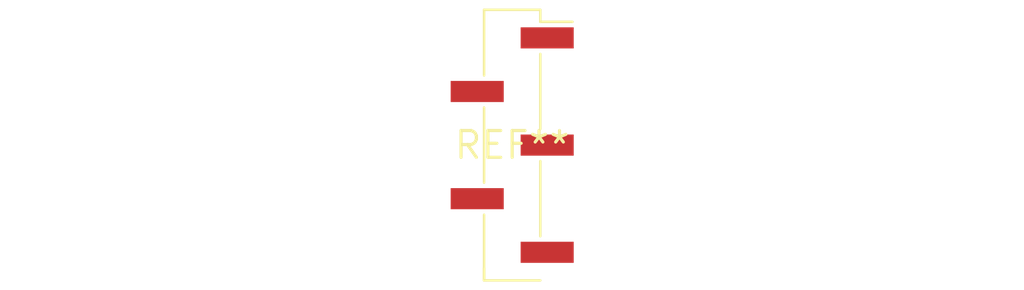
<source format=kicad_pcb>
(kicad_pcb (version 20240108) (generator pcbnew)
  (layers (0 "F.Cu" signal) (31 "B.Cu" signal) (34 "B.Paste" user) (35 "F.Paste" user) (36 "B.SilkS" user "B.Silkscreen") (37 "F.SilkS" user "F.Silkscreen") (38 "B.Mask" user) (39 "F.Mask" user) (44 "Edge.Cuts" user))
  (net 0 "")
  (footprint "PinHeader_1x05_P2.54mm_Vertical_SMD_Pin1Right" (layer "F.Cu") (at 0 0)
    (property "Reference" "REF**")
    (property "Value" "PinHeader_1x05_P2.54mm_Vertical_SMD_Pin1Right")
    (fp_line (start -1.33 -6.41) (end -1.33 -3.3) (layer "F.SilkS") (stroke (width 0.12)))
    (fp_line (start -1.33 -6.41) (end 1.33 -6.41) (layer "F.SilkS") (stroke (width 0.12)))
    (fp_line (start -1.33 -1.78) (end -1.33 1.78) (layer "F.SilkS") (stroke (width 0.12)))
    (fp_line (start -1.33 3.3) (end -1.33 6.41) (layer "F.SilkS") (stroke (width 0.12)))
    (fp_line (start -1.33 5.84) (end -1.33 6.41) (layer "F.SilkS") (stroke (width 0.12)))
    (fp_line (start -1.33 6.41) (end 1.33 6.41) (layer "F.SilkS") (stroke (width 0.12)))
    (fp_line (start 1.33 -6.41) (end 1.33 -5.84) (layer "F.SilkS") (stroke (width 0.12)))
    (fp_line (start 1.33 -5.84) (end 2.85 -5.84) (layer "F.SilkS") (stroke (width 0.12)))
    (fp_line (start 1.33 -4.32) (end 1.33 -0.76) (layer "F.SilkS") (stroke (width 0.12)))
    (fp_line (start 1.33 0.76) (end 1.33 4.32) (layer "F.SilkS") (stroke (width 0.12)))
    (pad "1" smd rect (at 1.655 -5.08) (size 2.51 1) (layers "F.Cu" "F.Paste" "F.Mask"))
    (pad "2" smd rect (at -1.655 -2.54) (size 2.51 1) (layers "F.Cu" "F.Paste" "F.Mask"))
    (pad "3" smd rect (at 1.655 0) (size 2.51 1) (layers "F.Cu" "F.Paste" "F.Mask"))
    (pad "4" smd rect (at -1.655 2.54) (size 2.51 1) (layers "F.Cu" "F.Paste" "F.Mask"))
    (pad "5" smd rect (at 1.655 5.08) (size 2.51 1) (layers "F.Cu" "F.Paste" "F.Mask"))
  )
)
</source>
